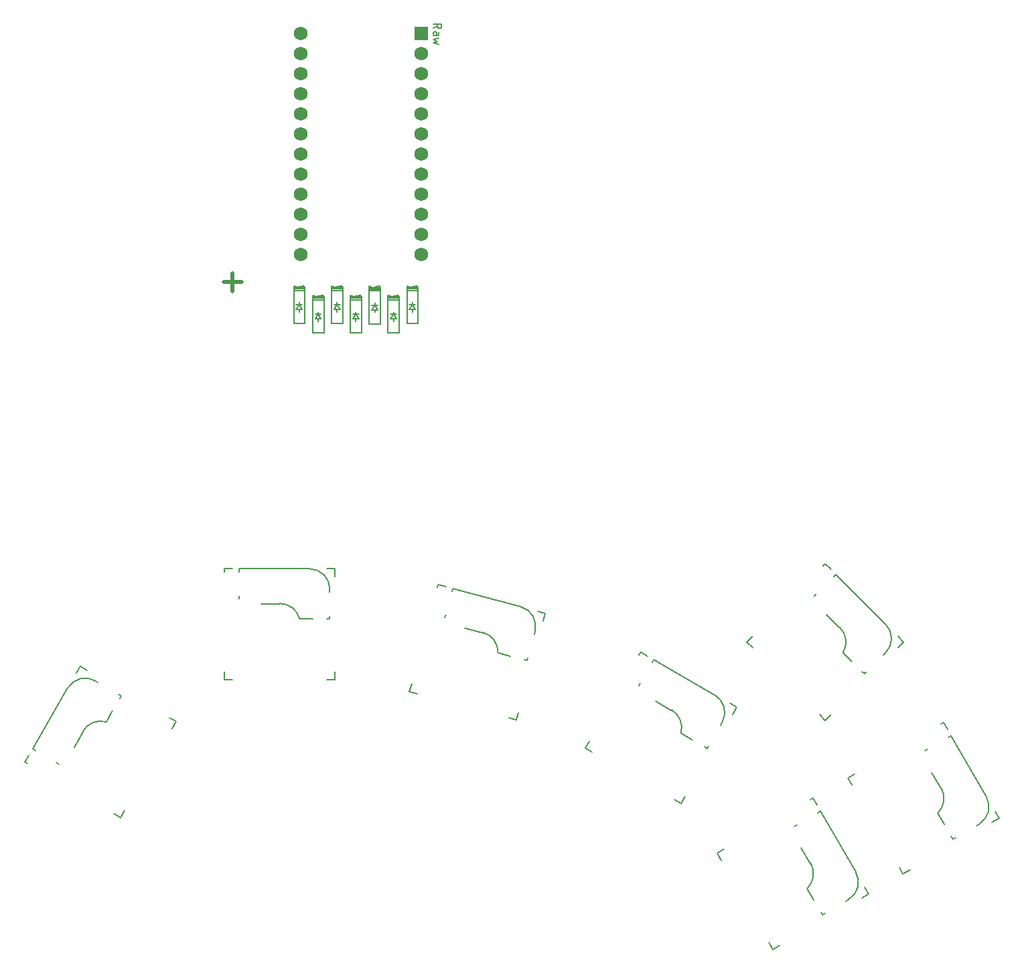
<source format=gbr>
%TF.GenerationSoftware,KiCad,Pcbnew,6.0.4*%
%TF.CreationDate,2022-05-08T18:55:17+02:00*%
%TF.ProjectId,mykeeb-adapter,6d796b65-6562-42d6-9164-61707465722e,rev?*%
%TF.SameCoordinates,Original*%
%TF.FileFunction,Legend,Top*%
%TF.FilePolarity,Positive*%
%FSLAX46Y46*%
G04 Gerber Fmt 4.6, Leading zero omitted, Abs format (unit mm)*
G04 Created by KiCad (PCBNEW 6.0.4) date 2022-05-08 18:55:17*
%MOMM*%
%LPD*%
G01*
G04 APERTURE LIST*
%ADD10C,0.500000*%
%ADD11C,0.150000*%
%ADD12C,0.200000*%
%ADD13C,1.752600*%
%ADD14R,1.752600X1.752600*%
G04 APERTURE END LIST*
D10*
X76843145Y-69865906D02*
X79128860Y-69865906D01*
X77986003Y-71008763D02*
X77986003Y-68723049D01*
D11*
%TO.C,U1*%
X103418815Y-37800515D02*
X103895005Y-37467182D01*
X103418815Y-37229086D02*
X104418815Y-37229086D01*
X104418815Y-37610039D01*
X104371196Y-37705277D01*
X104323576Y-37752896D01*
X104228338Y-37800515D01*
X104085481Y-37800515D01*
X103990243Y-37752896D01*
X103942624Y-37705277D01*
X103895005Y-37610039D01*
X103895005Y-37229086D01*
X103418815Y-38657658D02*
X103942624Y-38657658D01*
X104037862Y-38610039D01*
X104085481Y-38514801D01*
X104085481Y-38324324D01*
X104037862Y-38229086D01*
X103466434Y-38657658D02*
X103418815Y-38562420D01*
X103418815Y-38324324D01*
X103466434Y-38229086D01*
X103561672Y-38181467D01*
X103656910Y-38181467D01*
X103752148Y-38229086D01*
X103799767Y-38324324D01*
X103799767Y-38562420D01*
X103847386Y-38657658D01*
X104085481Y-39038610D02*
X103418815Y-39229086D01*
X103895005Y-39419562D01*
X103418815Y-39610039D01*
X104085481Y-39800515D01*
%TO.C,K46*%
X152642652Y-105758017D02*
X152922666Y-105478003D01*
X143023171Y-115377498D02*
X143730278Y-114670391D01*
X155167730Y-116724536D02*
X156335163Y-117891970D01*
X153629773Y-124569886D02*
X152922666Y-125276993D01*
X151845035Y-109270924D02*
X151575628Y-109540332D01*
X160555884Y-113132434D02*
X154269704Y-106846255D01*
X143730278Y-116084605D02*
X143023171Y-115377498D01*
X153102271Y-111965001D02*
X154718717Y-113581447D01*
X152922666Y-105478003D02*
X153629773Y-106185110D01*
X162115054Y-114670391D02*
X162822161Y-115377498D01*
X152922666Y-125276993D02*
X152215559Y-124569886D01*
X157592399Y-119149206D02*
X157861807Y-119418613D01*
X162822161Y-115377498D02*
X162115054Y-116084605D01*
X157861807Y-119418613D02*
X158131215Y-119149206D01*
X160555884Y-116724536D02*
X160286476Y-116993944D01*
X154269704Y-106846255D02*
X154000297Y-107115662D01*
X160555884Y-116724536D02*
G75*
G03*
X160555884Y-113132434I-1796052J1796051D01*
G01*
X155167729Y-116724536D02*
G75*
G03*
X154773993Y-113526172I-2245063J1347038D01*
G01*
%TO.C,K45*%
X166382753Y-131886317D02*
X167525753Y-133866051D01*
X174888226Y-137698229D02*
X174022200Y-138198229D01*
X165865634Y-128958642D02*
X165535679Y-129149142D01*
X163629896Y-144198229D02*
X162763870Y-144698229D01*
X173280235Y-134943108D02*
X168835235Y-127244142D01*
X162763870Y-144698229D02*
X162263870Y-143832203D01*
X169050974Y-140317812D02*
X169380930Y-140127312D01*
X174388226Y-136832203D02*
X174888226Y-137698229D01*
X168835235Y-127244142D02*
X168505280Y-127434642D01*
X167545280Y-125771873D02*
X167888226Y-125573873D01*
X168860474Y-139987857D02*
X169050974Y-140317812D01*
X167888226Y-125573873D02*
X168388226Y-126439899D01*
X156263870Y-133439899D02*
X155763870Y-132573873D01*
X167145974Y-137018256D02*
X167971474Y-138448063D01*
X155763870Y-132573873D02*
X156629896Y-132073873D01*
X172350531Y-138412812D02*
X172020575Y-138603312D01*
X167145973Y-137018255D02*
G75*
G03*
X167593451Y-133826966I-1819925J1882204D01*
G01*
X172350531Y-138412812D02*
G75*
G03*
X173280235Y-134943108I-1270000J2199704D01*
G01*
D12*
%TO.C,D46*%
X85753501Y-70331023D02*
X85753501Y-75131023D01*
X86453501Y-72731023D02*
X86453501Y-72431023D01*
X86803501Y-73331023D02*
X86053501Y-73331023D01*
X86453501Y-72731023D02*
X86803501Y-73331023D01*
X87153501Y-70531023D02*
X85753501Y-70531023D01*
X86199501Y-70531023D02*
X85753501Y-70331023D01*
X87153501Y-70731023D02*
X85753501Y-70731023D01*
X86053501Y-73331023D02*
X86453501Y-72731023D01*
X86803501Y-72731023D02*
X86053501Y-72731023D01*
X86961501Y-70331023D02*
X86199501Y-70531023D01*
X87153501Y-70931023D02*
X85753501Y-70931023D01*
X87153501Y-75131023D02*
X85753501Y-75131023D01*
X86453501Y-73331023D02*
X86453501Y-73631023D01*
X86961501Y-70331023D02*
X87153501Y-70477023D01*
X87153501Y-70477023D02*
X87153501Y-75131023D01*
%TO.C,D45*%
X89342753Y-71521649D02*
X89534753Y-71667649D01*
X89184753Y-73921649D02*
X88434753Y-73921649D01*
X89534753Y-76321649D02*
X88134753Y-76321649D01*
X88834753Y-74521649D02*
X88834753Y-74821649D01*
X89534753Y-72121649D02*
X88134753Y-72121649D01*
X89534753Y-71667649D02*
X89534753Y-76321649D01*
X88834753Y-73921649D02*
X89184753Y-74521649D01*
X89342753Y-71521649D02*
X88580753Y-71721649D01*
X88134753Y-71521649D02*
X88134753Y-76321649D01*
X88580753Y-71721649D02*
X88134753Y-71521649D01*
X88434753Y-74521649D02*
X88834753Y-73921649D01*
X89534753Y-71921649D02*
X88134753Y-71921649D01*
X89534753Y-71721649D02*
X88134753Y-71721649D01*
X88834753Y-73921649D02*
X88834753Y-73621649D01*
X89184753Y-74521649D02*
X88434753Y-74521649D01*
%TO.C,D43*%
X93597257Y-73921649D02*
X93947257Y-74521649D01*
X93597257Y-74521649D02*
X93597257Y-74821649D01*
X93947257Y-73921649D02*
X93197257Y-73921649D01*
X94297257Y-76321649D02*
X92897257Y-76321649D01*
X93597257Y-73921649D02*
X93597257Y-73621649D01*
X93343257Y-71721649D02*
X92897257Y-71521649D01*
X93947257Y-74521649D02*
X93197257Y-74521649D01*
X94105257Y-71521649D02*
X93343257Y-71721649D01*
X94297257Y-71667649D02*
X94297257Y-76321649D01*
X94297257Y-72121649D02*
X92897257Y-72121649D01*
X92897257Y-71521649D02*
X92897257Y-76321649D01*
X94297257Y-71721649D02*
X92897257Y-71721649D01*
X93197257Y-74521649D02*
X93597257Y-73921649D01*
X94297257Y-71921649D02*
X92897257Y-71921649D01*
X94105257Y-71521649D02*
X94297257Y-71667649D01*
D11*
%TO.C,K41*%
X76939133Y-106109470D02*
X77939133Y-106109470D01*
X78859133Y-109553470D02*
X78859133Y-109934470D01*
X86479133Y-112474470D02*
X88130133Y-112474470D01*
X76939133Y-106505470D02*
X76939133Y-106109470D01*
X90939133Y-120109470D02*
X89939133Y-120109470D01*
X77939133Y-120109470D02*
X76939133Y-120109470D01*
X89908133Y-112474470D02*
X90289133Y-112474470D01*
X90289133Y-108664470D02*
X90289133Y-109045470D01*
X78859133Y-106124470D02*
X78859133Y-106505470D01*
X90939133Y-106109470D02*
X90939133Y-107109470D01*
X81653133Y-110569470D02*
X83939133Y-110569470D01*
X87749133Y-106124470D02*
X78859133Y-106124470D01*
X90939133Y-119109470D02*
X90939133Y-120109470D01*
X89939133Y-106109470D02*
X90939133Y-106109470D01*
X76939133Y-120109470D02*
X76939133Y-119109470D01*
X90289133Y-112474470D02*
X90289133Y-112093470D01*
X90289133Y-108664470D02*
G75*
G03*
X87749133Y-106124470I-2540000J0D01*
G01*
X86479132Y-112474471D02*
G75*
G03*
X83939134Y-110491299I-2539999J-634999D01*
G01*
D12*
%TO.C,D44*%
X91216005Y-73331023D02*
X91216005Y-73631023D01*
X90962005Y-70531023D02*
X90516005Y-70331023D01*
X91724005Y-70331023D02*
X90962005Y-70531023D01*
X91566005Y-72731023D02*
X90816005Y-72731023D01*
X91216005Y-72731023D02*
X91216005Y-72431023D01*
X91916005Y-70531023D02*
X90516005Y-70531023D01*
X91916005Y-70931023D02*
X90516005Y-70931023D01*
X91916005Y-75131023D02*
X90516005Y-75131023D01*
X90816005Y-73331023D02*
X91216005Y-72731023D01*
X91724005Y-70331023D02*
X91916005Y-70477023D01*
X91916005Y-70477023D02*
X91916005Y-75131023D01*
X91916005Y-70731023D02*
X90516005Y-70731023D01*
X90516005Y-70331023D02*
X90516005Y-75131023D01*
X91216005Y-72731023D02*
X91566005Y-73331023D01*
X91566005Y-73331023D02*
X90816005Y-73331023D01*
D11*
%TO.C,K42*%
X114872240Y-117612876D02*
X115240258Y-117711486D01*
X117515493Y-111731601D02*
X117256674Y-112697526D01*
X116549567Y-111472781D02*
X117515493Y-111731601D01*
X105843227Y-108619555D02*
X105744617Y-108987573D01*
X101334991Y-121889915D02*
X100369065Y-121631095D01*
X111560081Y-116725385D02*
X113154824Y-117152696D01*
X107391573Y-113636236D02*
X109599679Y-114227896D01*
X103992532Y-108108134D02*
X104958457Y-108366953D01*
X100369065Y-121631095D02*
X100627884Y-120665170D01*
X114430307Y-110920457D02*
X105843227Y-108619555D01*
X114150846Y-124288636D02*
X113892026Y-125254562D01*
X104955736Y-111931715D02*
X104857126Y-112299733D01*
X116226359Y-114031309D02*
X116127749Y-114399326D01*
X115240258Y-117711486D02*
X115338868Y-117343468D01*
X113892026Y-125254562D02*
X112926101Y-124995743D01*
X103890039Y-108490641D02*
X103992532Y-108108134D01*
X116226358Y-114031309D02*
G75*
G03*
X114430307Y-110920457I-2453451J657401D01*
G01*
X111560080Y-116725386D02*
G75*
G03*
X109619912Y-114152389I-2617801J44038D01*
G01*
%TO.C,K44*%
X152362676Y-149512865D02*
X152553176Y-149842820D01*
X151047482Y-135296881D02*
X151390428Y-135098881D01*
X151390428Y-135098881D02*
X151890428Y-135964907D01*
X147132098Y-153723237D02*
X146266072Y-154223237D01*
X149367836Y-138483650D02*
X149037881Y-138674150D01*
X149884955Y-141411325D02*
X151027955Y-143391059D01*
X155852733Y-147937820D02*
X155522777Y-148128320D01*
X158390428Y-147223237D02*
X157524402Y-147723237D01*
X152553176Y-149842820D02*
X152883132Y-149652320D01*
X157890428Y-146357211D02*
X158390428Y-147223237D01*
X139766072Y-142964907D02*
X139266072Y-142098881D01*
X152337437Y-136769150D02*
X152007482Y-136959650D01*
X146266072Y-154223237D02*
X145766072Y-153357211D01*
X139266072Y-142098881D02*
X140132098Y-141598881D01*
X150648176Y-146543264D02*
X151473676Y-147973071D01*
X156782437Y-144468116D02*
X152337437Y-136769150D01*
X150648175Y-146543263D02*
G75*
G03*
X151095653Y-143351974I-1819925J1882204D01*
G01*
X155852733Y-147937820D02*
G75*
G03*
X156782437Y-144468116I-1270000J2199704D01*
G01*
%TO.C,K40*%
X51755061Y-130554473D02*
X52255061Y-129688447D01*
X62037313Y-125475090D02*
X62862813Y-124045283D01*
X55697653Y-130613704D02*
X56027608Y-130804204D01*
X52728052Y-128899204D02*
X53058007Y-129089704D01*
X57974534Y-128702029D02*
X59117534Y-126722295D01*
X52098007Y-130752473D02*
X51755061Y-130554473D01*
X58255061Y-119296143D02*
X58755061Y-118430117D01*
X70013391Y-124930117D02*
X70879417Y-125430117D01*
X63942313Y-122175534D02*
X63612357Y-121985034D01*
X60642756Y-120270534D02*
X60972712Y-120461034D01*
X58755061Y-118430117D02*
X59621087Y-118930117D01*
X63751813Y-122505489D02*
X63942313Y-122175534D01*
X63879417Y-137554473D02*
X63013391Y-137054473D01*
X57173052Y-121200238D02*
X52728052Y-128899204D01*
X64379417Y-136688447D02*
X63879417Y-137554473D01*
X70879417Y-125430117D02*
X70379417Y-126296143D01*
X62037313Y-125475092D02*
G75*
G03*
X59049837Y-126683209I-720074J-2517203D01*
G01*
X60642756Y-120270534D02*
G75*
G03*
X57173052Y-121200238I-1270000J-2199704D01*
G01*
D12*
%TO.C,D42*%
X95724509Y-70580771D02*
X95278509Y-70380771D01*
X95978509Y-73380771D02*
X95978509Y-73680771D01*
X96486509Y-70380771D02*
X95724509Y-70580771D01*
X95578509Y-73380771D02*
X95978509Y-72780771D01*
X96486509Y-70380771D02*
X96678509Y-70526771D01*
X96678509Y-70980771D02*
X95278509Y-70980771D01*
X96678509Y-70780771D02*
X95278509Y-70780771D01*
X96328509Y-73380771D02*
X95578509Y-73380771D01*
X96678509Y-70580771D02*
X95278509Y-70580771D01*
X95278509Y-70380771D02*
X95278509Y-75180771D01*
X95978509Y-72780771D02*
X96328509Y-73380771D01*
X96678509Y-70526771D02*
X96678509Y-75180771D01*
X95978509Y-72780771D02*
X95978509Y-72480771D01*
X96678509Y-75180771D02*
X95278509Y-75180771D01*
X96328509Y-72780771D02*
X95578509Y-72780771D01*
D11*
%TO.C,K43*%
X138951543Y-122062169D02*
X131252577Y-117617169D01*
X129399308Y-116987124D02*
X129597308Y-116644178D01*
X140855638Y-123144178D02*
X141721664Y-123644178D01*
X137646292Y-128640930D02*
X137976247Y-128831430D01*
X137976247Y-128831430D02*
X138166747Y-128501474D01*
X129538077Y-120586770D02*
X129347577Y-120916725D01*
X139881247Y-125531873D02*
X139690747Y-125861829D01*
X134676691Y-126926430D02*
X136106498Y-127751930D01*
X141721664Y-123644178D02*
X141221664Y-124510204D01*
X129597308Y-116644178D02*
X130463334Y-117144178D01*
X123463334Y-129268534D02*
X122597308Y-128768534D01*
X131449752Y-122863651D02*
X133429486Y-124006651D01*
X134721664Y-135768534D02*
X133855638Y-135268534D01*
X122597308Y-128768534D02*
X123097308Y-127902508D01*
X131252577Y-117617169D02*
X131062077Y-117947124D01*
X135221664Y-134902508D02*
X134721664Y-135768534D01*
X139881247Y-125531873D02*
G75*
G03*
X138951543Y-122062169I-2199704J1270000D01*
G01*
X134676689Y-126926430D02*
G75*
G03*
X133468572Y-123938954I-2517203J720074D01*
G01*
D12*
%TO.C,D41*%
X98709761Y-73921649D02*
X97959761Y-73921649D01*
X99059761Y-71921649D02*
X97659761Y-71921649D01*
X98867761Y-71521649D02*
X98105761Y-71721649D01*
X98359761Y-74521649D02*
X98359761Y-74821649D01*
X99059761Y-76321649D02*
X97659761Y-76321649D01*
X98359761Y-73921649D02*
X98709761Y-74521649D01*
X97659761Y-71521649D02*
X97659761Y-76321649D01*
X99059761Y-72121649D02*
X97659761Y-72121649D01*
X98359761Y-73921649D02*
X98359761Y-73621649D01*
X99059761Y-71721649D02*
X97659761Y-71721649D01*
X97959761Y-74521649D02*
X98359761Y-73921649D01*
X99059761Y-71667649D02*
X99059761Y-76321649D01*
X98709761Y-74521649D02*
X97959761Y-74521649D01*
X98105761Y-71721649D02*
X97659761Y-71521649D01*
X98867761Y-71521649D02*
X99059761Y-71667649D01*
%TO.C,D40*%
X101091013Y-72731023D02*
X100341013Y-72731023D01*
X101441013Y-70531023D02*
X100041013Y-70531023D01*
X100741013Y-73331023D02*
X100741013Y-73631023D01*
X101091013Y-73331023D02*
X100341013Y-73331023D01*
X100041013Y-70331023D02*
X100041013Y-75131023D01*
X100341013Y-73331023D02*
X100741013Y-72731023D01*
X101441013Y-70477023D02*
X101441013Y-75131023D01*
X101249013Y-70331023D02*
X100487013Y-70531023D01*
X101249013Y-70331023D02*
X101441013Y-70477023D01*
X101441013Y-70731023D02*
X100041013Y-70731023D01*
X101441013Y-70931023D02*
X100041013Y-70931023D01*
X100741013Y-72731023D02*
X100741013Y-72431023D01*
X100741013Y-72731023D02*
X101091013Y-73331023D01*
X101441013Y-75131023D02*
X100041013Y-75131023D01*
X100487013Y-70531023D02*
X100041013Y-70331023D01*
%TD*%
D13*
%TO.C,U1*%
X101839196Y-58787182D03*
X86599196Y-48627182D03*
D14*
X101839196Y-38467182D03*
D13*
X86599196Y-51167182D03*
X101839196Y-63867182D03*
X86599196Y-46087182D03*
X101839196Y-53707182D03*
X86599196Y-56247182D03*
X101839196Y-66407182D03*
X86599196Y-43547182D03*
X101839196Y-41007182D03*
X101839196Y-43547182D03*
X86599196Y-41007182D03*
X86599196Y-38467182D03*
X86599196Y-53707182D03*
X101839196Y-51167182D03*
X101839196Y-61327182D03*
X86599196Y-61327182D03*
X86599196Y-66407182D03*
X101839196Y-48627182D03*
X86599196Y-63867182D03*
X86599196Y-58787182D03*
X101839196Y-46087182D03*
X101839196Y-56247182D03*
%TD*%
M02*

</source>
